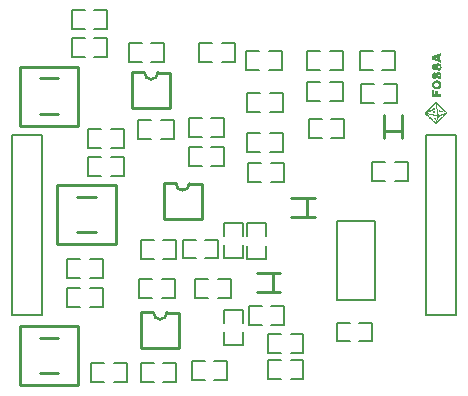
<source format=gto>
G04 Layer: TopSilkLayer*
G04 EasyEDA v6.3.22, 2020-01-22T11:07:26+01:00*
G04 dbe5752f4b9e44bf826be982e50114fc,6ac03ef627a24f5ab7c901ca926ad83b,10*
G04 Gerber Generator version 0.2*
G04 Scale: 100 percent, Rotated: No, Reflected: No *
G04 Dimensions in millimeters *
G04 leading zeros omitted , absolute positions ,3 integer and 3 decimal *
%FSLAX33Y33*%
%MOMM*%
G90*
G71D02*

%ADD10C,0.254000*%
%ADD32C,0.200000*%
%ADD33C,0.200660*%
%ADD34C,0.203200*%
%ADD35C,0.202999*%

%LPD*%

%LPD*%
G36*
G01X36536Y33378D02*
G01X36536Y33500D01*
G01X35796Y33236D01*
G01X35789Y33106D01*
G01X35788Y33047D01*
G01X35791Y33005D01*
G01X35799Y32978D01*
G01X35811Y32967D01*
G01X35850Y32953D01*
G01X35887Y32940D01*
G01X35934Y32923D01*
G01X35989Y32903D01*
G01X36051Y32881D01*
G01X36117Y32858D01*
G01X36188Y32832D01*
G01X36536Y32707D01*
G01X36536Y32822D01*
G01X36534Y32886D01*
G01X36526Y32924D01*
G01X36506Y32944D01*
G01X36470Y32959D01*
G01X36433Y32974D01*
G01X36413Y32996D01*
G01X36405Y33036D01*
G01X36403Y33106D01*
G01X36405Y33178D01*
G01X36412Y33217D01*
G01X36432Y33234D01*
G01X36507Y33254D01*
G01X36527Y33272D01*
G01X36535Y33309D01*
G01X36536Y33378D01*
G37*

%LPC*%
G36*
G01X36223Y33145D02*
G01X36205Y33163D01*
G01X36164Y33161D01*
G01X36091Y33143D01*
G01X36058Y33132D01*
G01X36031Y33121D01*
G01X36013Y33112D01*
G01X36006Y33104D01*
G01X36030Y33088D01*
G01X36087Y33067D01*
G01X36152Y33049D01*
G01X36202Y33040D01*
G01X36211Y33045D01*
G01X36219Y33059D01*
G01X36224Y33080D01*
G01X36227Y33104D01*
G01X36223Y33145D01*
G37*

%LPD*%
G36*
G01X36343Y32665D02*
G01X36291Y32670D01*
G01X36242Y32667D01*
G01X36201Y32655D01*
G01X36165Y32635D01*
G01X36133Y32605D01*
G01X36105Y32562D01*
G01X36078Y32506D01*
G01X36053Y32435D01*
G01X36028Y32349D01*
G01X36015Y32307D01*
G01X36000Y32279D01*
G01X35982Y32264D01*
G01X35961Y32260D01*
G01X35925Y32282D01*
G01X35913Y32335D01*
G01X35925Y32390D01*
G01X35961Y32422D01*
G01X36001Y32464D01*
G01X36012Y32537D01*
G01X35996Y32608D01*
G01X35955Y32640D01*
G01X35904Y32628D01*
G01X35858Y32595D01*
G01X35819Y32547D01*
G01X35788Y32485D01*
G01X35767Y32416D01*
G01X35757Y32341D01*
G01X35760Y32267D01*
G01X35778Y32196D01*
G01X35804Y32143D01*
G01X35835Y32102D01*
G01X35871Y32071D01*
G01X35911Y32052D01*
G01X35953Y32044D01*
G01X35996Y32046D01*
G01X36040Y32058D01*
G01X36082Y32081D01*
G01X36121Y32114D01*
G01X36157Y32156D01*
G01X36189Y32208D01*
G01X36215Y32270D01*
G01X36251Y32364D01*
G01X36287Y32422D01*
G01X36325Y32447D01*
G01X36367Y32443D01*
G01X36403Y32399D01*
G01X36397Y32330D01*
G01X36361Y32266D01*
G01X36302Y32238D01*
G01X36281Y32213D01*
G01X36271Y32153D01*
G01X36273Y32085D01*
G01X36288Y32034D01*
G01X36334Y32022D01*
G01X36405Y32049D01*
G01X36477Y32101D01*
G01X36526Y32163D01*
G01X36548Y32224D01*
G01X36560Y32284D01*
G01X36564Y32344D01*
G01X36560Y32401D01*
G01X36548Y32456D01*
G01X36529Y32507D01*
G01X36503Y32553D01*
G01X36471Y32592D01*
G01X36433Y32625D01*
G01X36391Y32649D01*
G01X36343Y32665D01*
G37*

%LPD*%
G36*
G01X36327Y31946D02*
G01X36283Y31946D01*
G01X36241Y31936D01*
G01X36201Y31914D01*
G01X36163Y31882D01*
G01X36127Y31841D01*
G01X36095Y31789D01*
G01X36065Y31728D01*
G01X36040Y31658D01*
G01X36018Y31579D01*
G01X36010Y31553D01*
G01X35997Y31535D01*
G01X35981Y31524D01*
G01X35961Y31520D01*
G01X35926Y31542D01*
G01X35914Y31593D01*
G01X35926Y31650D01*
G01X35961Y31690D01*
G01X35990Y31730D01*
G01X36007Y31799D01*
G01X36008Y31867D01*
G01X35989Y31908D01*
G01X35954Y31920D01*
G01X35920Y31916D01*
G01X35887Y31898D01*
G01X35856Y31869D01*
G01X35828Y31829D01*
G01X35805Y31782D01*
G01X35786Y31729D01*
G01X35773Y31672D01*
G01X35767Y31612D01*
G01X35767Y31553D01*
G01X35776Y31497D01*
G01X35794Y31444D01*
G01X35824Y31391D01*
G01X35857Y31351D01*
G01X35894Y31322D01*
G01X35933Y31306D01*
G01X35975Y31301D01*
G01X36016Y31308D01*
G01X36057Y31325D01*
G01X36097Y31353D01*
G01X36136Y31392D01*
G01X36170Y31441D01*
G01X36202Y31501D01*
G01X36228Y31569D01*
G01X36254Y31648D01*
G01X36275Y31691D01*
G01X36299Y31707D01*
G01X36333Y31706D01*
G01X36367Y31694D01*
G01X36388Y31669D01*
G01X36398Y31636D01*
G01X36397Y31599D01*
G01X36386Y31562D01*
G01X36366Y31530D01*
G01X36336Y31508D01*
G01X36299Y31500D01*
G01X36272Y31468D01*
G01X36271Y31399D01*
G01X36293Y31328D01*
G01X36331Y31292D01*
G01X36369Y31292D01*
G01X36404Y31303D01*
G01X36436Y31322D01*
G01X36465Y31349D01*
G01X36490Y31383D01*
G01X36511Y31422D01*
G01X36529Y31467D01*
G01X36542Y31514D01*
G01X36551Y31563D01*
G01X36554Y31614D01*
G01X36553Y31665D01*
G01X36546Y31714D01*
G01X36533Y31761D01*
G01X36515Y31805D01*
G01X36491Y31845D01*
G01X36460Y31878D01*
G01X36415Y31912D01*
G01X36371Y31935D01*
G01X36327Y31946D01*
G37*

%LPD*%
G36*
G01X36242Y31201D02*
G01X36193Y31205D01*
G01X36144Y31204D01*
G01X36095Y31197D01*
G01X36047Y31185D01*
G01X36001Y31168D01*
G01X35957Y31147D01*
G01X35917Y31121D01*
G01X35880Y31090D01*
G01X35846Y31056D01*
G01X35818Y31017D01*
G01X35795Y30974D01*
G01X35777Y30927D01*
G01X35766Y30877D01*
G01X35763Y30824D01*
G01X35766Y30778D01*
G01X35776Y30728D01*
G01X35792Y30679D01*
G01X35812Y30634D01*
G01X35838Y30593D01*
G01X35869Y30558D01*
G01X35905Y30527D01*
G01X35945Y30501D01*
G01X35989Y30480D01*
G01X36035Y30464D01*
G01X36083Y30453D01*
G01X36133Y30447D01*
G01X36182Y30446D01*
G01X36232Y30450D01*
G01X36281Y30460D01*
G01X36328Y30474D01*
G01X36373Y30494D01*
G01X36415Y30520D01*
G01X36453Y30551D01*
G01X36487Y30587D01*
G01X36514Y30631D01*
G01X36533Y30688D01*
G01X36547Y30752D01*
G01X36552Y30819D01*
G01X36551Y30887D01*
G01X36542Y30950D01*
G01X36526Y31006D01*
G01X36502Y31050D01*
G01X36466Y31091D01*
G01X36426Y31125D01*
G01X36383Y31153D01*
G01X36338Y31175D01*
G01X36291Y31191D01*
G01X36242Y31201D01*
G37*

%LPC*%
G36*
G01X36195Y30971D02*
G01X36140Y30971D01*
G01X36086Y30965D01*
G01X36038Y30950D01*
G01X35997Y30928D01*
G01X35972Y30905D01*
G01X35954Y30880D01*
G01X35943Y30853D01*
G01X35939Y30824D01*
G01X35951Y30777D01*
G01X35981Y30737D01*
G01X36026Y30706D01*
G01X36082Y30684D01*
G01X36144Y30674D01*
G01X36208Y30676D01*
G01X36269Y30690D01*
G01X36323Y30720D01*
G01X36359Y30759D01*
G01X36379Y30807D01*
G01X36381Y30857D01*
G01X36365Y30900D01*
G01X36336Y30928D01*
G01X36296Y30948D01*
G01X36248Y30963D01*
G01X36195Y30971D01*
G37*

%LPD*%
G36*
G01X35961Y30360D02*
G01X35785Y30360D01*
G01X35785Y29790D01*
G01X36536Y29790D01*
G01X36536Y30022D01*
G01X36227Y30022D01*
G01X36227Y30318D01*
G01X36050Y30318D01*
G01X36050Y30170D01*
G01X36049Y30090D01*
G01X36043Y30046D01*
G01X36029Y30026D01*
G01X36006Y30022D01*
G01X35982Y30026D01*
G01X35968Y30048D01*
G01X35963Y30099D01*
G01X35961Y30191D01*
G01X35961Y30360D01*
G37*

%LPD*%
G36*
G01X37100Y28460D02*
G01X36094Y29420D01*
G01X35597Y28945D01*
G01X35530Y28881D01*
G01X35465Y28819D01*
G01X35404Y28760D01*
G01X35346Y28705D01*
G01X35293Y28653D01*
G01X35246Y28607D01*
G01X35203Y28565D01*
G01X35118Y28480D01*
G01X35104Y28465D01*
G01X35099Y28460D01*
G01X35104Y28454D01*
G01X35118Y28440D01*
G01X35139Y28418D01*
G01X35203Y28354D01*
G01X35246Y28312D01*
G01X35293Y28266D01*
G01X35346Y28215D01*
G01X35404Y28160D01*
G01X35465Y28101D01*
G01X35530Y28039D01*
G01X35597Y27974D01*
G01X36094Y27500D01*
G01X37100Y28460D01*
G37*

%LPC*%
G36*
G01X35403Y28344D02*
G01X35374Y28349D01*
G01X35379Y28340D01*
G01X35398Y28319D01*
G01X35429Y28287D01*
G01X35472Y28245D01*
G01X35523Y28195D01*
G01X35582Y28137D01*
G01X35647Y28074D01*
G01X35718Y28006D01*
G01X35802Y27927D01*
G01X35874Y27859D01*
G01X35936Y27804D01*
G01X35986Y27760D01*
G01X36026Y27728D01*
G01X36055Y27708D01*
G01X36074Y27699D01*
G01X36082Y27701D01*
G01X36091Y27729D01*
G01X36109Y27783D01*
G01X36132Y27855D01*
G01X36157Y27937D01*
G01X36220Y28143D01*
G01X36141Y28163D01*
G01X36118Y28169D01*
G01X36083Y28178D01*
G01X36038Y28189D01*
G01X35984Y28202D01*
G01X35924Y28217D01*
G01X35859Y28234D01*
G01X35791Y28251D01*
G01X35721Y28269D01*
G01X35588Y28302D01*
G01X35478Y28328D01*
G01X35403Y28344D01*
G37*
G36*
G01X36779Y28306D02*
G01X36774Y28307D01*
G01X36743Y28297D01*
G01X36661Y28268D01*
G01X36503Y28209D01*
G01X36326Y28144D01*
G01X36208Y27756D01*
G01X36493Y28028D01*
G01X36551Y28083D01*
G01X36604Y28135D01*
G01X36653Y28181D01*
G01X36695Y28223D01*
G01X36730Y28257D01*
G01X36757Y28282D01*
G01X36773Y28299D01*
G01X36779Y28306D01*
G37*
G36*
G01X36055Y29209D02*
G01X36051Y29220D01*
G01X36042Y29214D01*
G01X36021Y29195D01*
G01X35989Y29167D01*
G01X35948Y29129D01*
G01X35899Y29084D01*
G01X35843Y29032D01*
G01X35783Y28974D01*
G01X35718Y28912D01*
G01X35651Y28848D01*
G01X35543Y28740D01*
G01X35503Y28697D01*
G01X35473Y28663D01*
G01X35454Y28640D01*
G01X35448Y28627D01*
G01X35453Y28625D01*
G01X35488Y28638D01*
G01X35544Y28658D01*
G01X35613Y28683D01*
G01X35687Y28711D01*
G01X35864Y28776D01*
G01X35913Y28935D01*
G01X35936Y29005D01*
G01X35958Y29054D01*
G01X35978Y29084D01*
G01X35995Y29093D01*
G01X36027Y29083D01*
G01X36042Y29052D01*
G01X36038Y28999D01*
G01X36017Y28924D01*
G01X35994Y28846D01*
G01X35992Y28795D01*
G01X36012Y28766D01*
G01X36054Y28752D01*
G01X36100Y28733D01*
G01X36110Y28702D01*
G01X36088Y28675D01*
G01X36037Y28665D01*
G01X35968Y28670D01*
G01X35986Y28570D01*
G01X35999Y28481D01*
G01X36002Y28426D01*
G01X35993Y28397D01*
G01X35970Y28382D01*
G01X35938Y28381D01*
G01X35915Y28404D01*
G01X35898Y28459D01*
G01X35884Y28550D01*
G01X35875Y28602D01*
G01X35866Y28639D01*
G01X35855Y28660D01*
G01X35843Y28664D01*
G01X35815Y28653D01*
G01X35756Y28631D01*
G01X35674Y28601D01*
G01X35580Y28566D01*
G01X35488Y28531D01*
G01X35412Y28502D01*
G01X35361Y28481D01*
G01X35343Y28472D01*
G01X35352Y28468D01*
G01X35380Y28460D01*
G01X35423Y28449D01*
G01X35479Y28434D01*
G01X35544Y28417D01*
G01X35618Y28398D01*
G01X35697Y28378D01*
G01X35859Y28338D01*
G01X35938Y28319D01*
G01X36012Y28301D01*
G01X36078Y28285D01*
G01X36135Y28272D01*
G01X36178Y28262D01*
G01X36206Y28256D01*
G01X36217Y28255D01*
G01X36217Y28267D01*
G01X36213Y28299D01*
G01X36206Y28348D01*
G01X36197Y28410D01*
G01X36184Y28484D01*
G01X36171Y28565D01*
G01X36156Y28652D01*
G01X36141Y28742D01*
G01X36126Y28831D01*
G01X36111Y28917D01*
G01X36096Y28998D01*
G01X36083Y29070D01*
G01X36071Y29132D01*
G01X36061Y29179D01*
G01X36055Y29209D01*
G37*
G36*
G01X36211Y29144D02*
G01X36194Y29149D01*
G01X36186Y29142D01*
G01X36185Y29124D01*
G01X36188Y29095D01*
G01X36196Y29041D01*
G01X36207Y28966D01*
G01X36220Y28876D01*
G01X36236Y28776D01*
G01X36252Y28672D01*
G01X36269Y28569D01*
G01X36285Y28472D01*
G01X36299Y28387D01*
G01X36311Y28319D01*
G01X36320Y28273D01*
G01X36325Y28255D01*
G01X36337Y28257D01*
G01X36370Y28268D01*
G01X36419Y28285D01*
G01X36480Y28307D01*
G01X36549Y28333D01*
G01X36621Y28360D01*
G01X36693Y28388D01*
G01X36761Y28415D01*
G01X36821Y28439D01*
G01X36869Y28459D01*
G01X36900Y28473D01*
G01X36912Y28481D01*
G01X36904Y28490D01*
G01X36883Y28512D01*
G01X36849Y28547D01*
G01X36805Y28591D01*
G01X36751Y28644D01*
G01X36689Y28704D01*
G01X36620Y28770D01*
G01X36547Y28840D01*
G01X36436Y28945D01*
G01X36350Y29026D01*
G01X36285Y29085D01*
G01X36240Y29123D01*
G01X36211Y29144D01*
G37*

%LPD*%
G36*
G01X36446Y28653D02*
G01X36401Y28659D01*
G01X36377Y28658D01*
G01X36363Y28640D01*
G01X36360Y28615D01*
G01X36368Y28590D01*
G01X36387Y28575D01*
G01X36476Y28546D01*
G01X36557Y28523D01*
G01X36628Y28509D01*
G01X36687Y28503D01*
G01X36731Y28504D01*
G01X36760Y28514D01*
G01X36771Y28532D01*
G01X36761Y28558D01*
G01X36741Y28571D01*
G01X36698Y28588D01*
G01X36640Y28607D01*
G01X36573Y28625D01*
G01X36506Y28641D01*
G01X36446Y28653D01*
G37*

%LPD*%
G36*
G01X36039Y28119D02*
G01X35998Y28141D01*
G01X35973Y28113D01*
G01X35966Y28045D01*
G01X35981Y27943D01*
G01X35990Y27914D01*
G01X36002Y27894D01*
G01X36018Y27883D01*
G01X36039Y27879D01*
G01X36069Y27910D01*
G01X36078Y27980D01*
G01X36069Y28060D01*
G01X36039Y28119D01*
G37*

%LPD*%
G54D10*
G01X10386Y28866D02*
G01X10386Y31865D01*
G01X13583Y28866D02*
G01X13583Y31852D01*
G01X10386Y28866D02*
G01X13583Y28866D01*
G01X10388Y31878D02*
G01X11404Y31878D01*
G01X13587Y31853D02*
G01X12537Y31853D01*
G54D32*
G01X7169Y37160D02*
G01X8269Y37160D01*
G01X8269Y35559D01*
G01X7169Y35559D01*
G01X6370Y37160D02*
G01X5269Y37160D01*
G01X5269Y36160D01*
G01X5269Y35559D01*
G01X6370Y35559D01*
G01X31552Y33720D02*
G01X32652Y33720D01*
G01X32652Y32119D01*
G01X31552Y32119D01*
G01X30753Y33720D02*
G01X29652Y33720D01*
G01X29652Y32720D01*
G01X29652Y32119D01*
G01X30753Y32119D01*
G01X27107Y31053D02*
G01X28207Y31053D01*
G01X28207Y29452D01*
G01X27107Y29452D01*
G01X26308Y31053D02*
G01X25207Y31053D01*
G01X25207Y30053D01*
G01X25207Y29452D01*
G01X26308Y29452D01*
G54D10*
G01X11148Y8546D02*
G01X11148Y11545D01*
G01X14345Y8546D02*
G01X14345Y11532D01*
G01X11148Y8546D02*
G01X14345Y8546D01*
G01X11150Y11558D02*
G01X12166Y11558D01*
G01X14349Y11533D02*
G01X13299Y11533D01*
G54D32*
G01X6787Y16067D02*
G01X7887Y16067D01*
G01X7887Y14466D01*
G01X6787Y14466D01*
G01X5988Y16067D02*
G01X4887Y16067D01*
G01X4887Y15067D01*
G01X4887Y14466D01*
G01X5988Y14466D01*
G01X23779Y7550D02*
G01X24879Y7550D01*
G01X24879Y5949D01*
G01X23779Y5949D01*
G01X22980Y7550D02*
G01X21879Y7550D01*
G01X21879Y6550D01*
G01X21879Y5949D01*
G01X22980Y5949D01*
G01X17328Y7431D02*
G01X18428Y7431D01*
G01X18428Y5830D01*
G01X17328Y5830D01*
G01X16529Y7431D02*
G01X15428Y7431D01*
G01X15428Y6431D01*
G01X15428Y5830D01*
G01X16529Y5830D01*
G54D10*
G01X13053Y19468D02*
G01X13053Y22467D01*
G01X16250Y19468D02*
G01X16250Y22454D01*
G01X13053Y19468D02*
G01X16250Y19468D01*
G01X13055Y22480D02*
G01X14071Y22480D01*
G01X16254Y22455D02*
G01X15204Y22455D01*
G54D32*
G01X8565Y27116D02*
G01X9665Y27116D01*
G01X9665Y25515D01*
G01X8565Y25515D01*
G01X7766Y27116D02*
G01X6665Y27116D01*
G01X6665Y26116D01*
G01X6665Y25515D01*
G01X7766Y25515D01*
G01X27249Y27930D02*
G01X28349Y27930D01*
G01X28349Y26329D01*
G01X27249Y26329D01*
G01X26450Y27930D02*
G01X25349Y27930D01*
G01X25349Y26930D01*
G01X25349Y26329D01*
G01X26450Y26329D01*
G01X18169Y18029D02*
G01X18169Y19129D01*
G01X19770Y19129D01*
G01X19770Y18029D01*
G01X18169Y17230D02*
G01X18169Y16129D01*
G01X19169Y16129D01*
G01X19770Y16129D01*
G01X19770Y17230D01*
G01X7169Y34820D02*
G01X8269Y34820D01*
G01X8269Y33219D01*
G01X7169Y33219D01*
G01X6370Y34820D02*
G01X5269Y34820D01*
G01X5269Y33820D01*
G01X5269Y33219D01*
G01X6370Y33219D01*
G01X11994Y34355D02*
G01X13094Y34355D01*
G01X13094Y32754D01*
G01X11994Y32754D01*
G01X11195Y34355D02*
G01X10094Y34355D01*
G01X10094Y33355D01*
G01X10094Y32754D01*
G01X11195Y32754D01*
G01X31679Y30926D02*
G01X32779Y30926D01*
G01X32779Y29325D01*
G01X31679Y29325D01*
G01X30880Y30926D02*
G01X29779Y30926D01*
G01X29779Y29926D01*
G01X29779Y29325D01*
G01X30880Y29325D01*
G01X12008Y26277D02*
G01X10908Y26277D01*
G01X10908Y27878D01*
G01X12008Y27878D01*
G01X12807Y26277D02*
G01X13908Y26277D01*
G01X13908Y27277D01*
G01X13908Y27878D01*
G01X12807Y27878D01*
G01X8819Y7304D02*
G01X9919Y7304D01*
G01X9919Y5703D01*
G01X8819Y5703D01*
G01X8020Y7304D02*
G01X6919Y7304D01*
G01X6919Y6304D01*
G01X6919Y5703D01*
G01X8020Y5703D01*
G01X23779Y9730D02*
G01X24879Y9730D01*
G01X24879Y8129D01*
G01X23779Y8129D01*
G01X22980Y9730D02*
G01X21879Y9730D01*
G01X21879Y8730D01*
G01X21879Y8129D01*
G01X22980Y8129D01*
G01X17074Y25592D02*
G01X18174Y25592D01*
G01X18174Y23991D01*
G01X17074Y23991D01*
G01X16275Y25592D02*
G01X15174Y25592D01*
G01X15174Y24592D01*
G01X15174Y23991D01*
G01X16275Y23991D01*
G01X6787Y13654D02*
G01X7887Y13654D01*
G01X7887Y12053D01*
G01X6787Y12053D01*
G01X5988Y13654D02*
G01X4887Y13654D01*
G01X4887Y12654D01*
G01X4887Y12053D01*
G01X5988Y12053D01*
G01X8565Y24703D02*
G01X9665Y24703D01*
G01X9665Y23102D01*
G01X8565Y23102D01*
G01X7766Y24703D02*
G01X6665Y24703D01*
G01X6665Y23703D01*
G01X6665Y23102D01*
G01X7766Y23102D01*
G01X12883Y14416D02*
G01X13983Y14416D01*
G01X13983Y12815D01*
G01X12883Y12815D01*
G01X12084Y14416D02*
G01X10983Y14416D01*
G01X10983Y13416D01*
G01X10983Y12815D01*
G01X12084Y12815D01*
G01X22027Y30164D02*
G01X23127Y30164D01*
G01X23127Y28563D01*
G01X22027Y28563D01*
G01X21228Y30164D02*
G01X20127Y30164D01*
G01X20127Y29164D01*
G01X20127Y28563D01*
G01X21228Y28563D01*
G01X13010Y17718D02*
G01X14110Y17718D01*
G01X14110Y16117D01*
G01X13010Y16117D01*
G01X12211Y17718D02*
G01X11110Y17718D01*
G01X11110Y16718D01*
G01X11110Y16117D01*
G01X12211Y16117D01*
G54D10*
G01X4114Y9399D02*
G01X2540Y9399D01*
G01X4114Y6402D02*
G01X2540Y6402D01*
G01X5816Y5411D02*
G01X5816Y10390D01*
G01X838Y10390D01*
G01X838Y5411D01*
G01X5816Y5411D01*
G01X7289Y21337D02*
G01X5715Y21337D01*
G01X7289Y18340D02*
G01X5715Y18340D01*
G01X8991Y17349D02*
G01X8991Y22328D01*
G01X4013Y22328D01*
G01X4013Y17349D01*
G01X8991Y17349D01*
G01X4114Y31370D02*
G01X2540Y31370D01*
G01X4114Y28373D02*
G01X2540Y28373D01*
G01X5816Y27382D02*
G01X5816Y32361D01*
G01X838Y32361D01*
G01X838Y27382D01*
G01X5816Y27382D01*
G54D33*
G01X30955Y19288D02*
G01X30955Y12587D01*
G01X27707Y12587D01*
G01X27707Y19288D01*
G01X30955Y19288D01*
G54D32*
G01X28820Y9099D02*
G01X27719Y9099D01*
G01X27719Y10700D01*
G01X28820Y10700D01*
G01X29619Y9099D02*
G01X30719Y9099D01*
G01X30719Y10099D01*
G01X30719Y10700D01*
G01X29619Y10700D01*
G01X31820Y22721D02*
G01X30720Y22721D01*
G01X30720Y24322D01*
G01X31820Y24322D01*
G01X32619Y22721D02*
G01X33720Y22721D01*
G01X33720Y23721D01*
G01X33720Y24322D01*
G01X32619Y24322D01*
G01X17074Y28005D02*
G01X18174Y28005D01*
G01X18174Y26404D01*
G01X17074Y26404D01*
G01X16275Y28005D02*
G01X15174Y28005D01*
G01X15174Y27005D01*
G01X15174Y26404D01*
G01X16275Y26404D01*
G01X13010Y7304D02*
G01X14110Y7304D01*
G01X14110Y5703D01*
G01X13010Y5703D01*
G01X12211Y7304D02*
G01X11110Y7304D01*
G01X11110Y6304D01*
G01X11110Y5703D01*
G01X12211Y5703D01*
G01X16569Y17730D02*
G01X17669Y17730D01*
G01X17669Y16129D01*
G01X16569Y16129D01*
G01X15769Y17730D02*
G01X14669Y17730D01*
G01X14669Y16730D01*
G01X14669Y16129D01*
G01X15769Y16129D01*
G01X22027Y26735D02*
G01X23127Y26735D01*
G01X23127Y25134D01*
G01X22027Y25134D01*
G01X21228Y26735D02*
G01X20127Y26735D01*
G01X20127Y25735D01*
G01X20127Y25134D01*
G01X21228Y25134D01*
G01X19723Y9876D02*
G01X19723Y8776D01*
G01X18122Y8776D01*
G01X18122Y9876D01*
G01X19723Y10675D02*
G01X19723Y11776D01*
G01X18723Y11776D01*
G01X18122Y11776D01*
G01X18122Y10675D01*
G01X21919Y33670D02*
G01X23019Y33670D01*
G01X23019Y32069D01*
G01X21919Y32069D01*
G01X21119Y33670D02*
G01X20019Y33670D01*
G01X20019Y32670D01*
G01X20019Y32069D01*
G01X21119Y32069D01*
G01X16834Y12815D02*
G01X15734Y12815D01*
G01X15734Y14416D01*
G01X16834Y14416D01*
G01X17633Y12815D02*
G01X18734Y12815D01*
G01X18734Y13815D01*
G01X18734Y14416D01*
G01X17633Y14416D01*
G01X22149Y12090D02*
G01X23249Y12090D01*
G01X23249Y10489D01*
G01X22149Y10489D01*
G01X21349Y12090D02*
G01X20249Y12090D01*
G01X20249Y11090D01*
G01X20249Y10489D01*
G01X21349Y10489D01*
G01X17963Y34355D02*
G01X19063Y34355D01*
G01X19063Y32754D01*
G01X17963Y32754D01*
G01X17164Y34355D02*
G01X16063Y34355D01*
G01X16063Y33355D01*
G01X16063Y32754D01*
G01X17164Y32754D01*
G01X27107Y33720D02*
G01X28207Y33720D01*
G01X28207Y32119D01*
G01X27107Y32119D01*
G01X26308Y33720D02*
G01X25207Y33720D01*
G01X25207Y32720D01*
G01X25207Y32119D01*
G01X26308Y32119D01*
G01X22089Y24220D02*
G01X23189Y24220D01*
G01X23189Y22619D01*
G01X22089Y22619D01*
G01X21289Y24220D02*
G01X20189Y24220D01*
G01X20189Y23220D01*
G01X20189Y22619D01*
G01X21289Y22619D01*
G01X21690Y17210D02*
G01X21690Y16110D01*
G01X20089Y16110D01*
G01X20089Y17210D01*
G01X21690Y18010D02*
G01X21690Y19110D01*
G01X20690Y19110D01*
G01X20089Y19110D01*
G01X20089Y18010D01*
G54D34*
G01X2769Y24715D02*
G01X2769Y26620D01*
G01X229Y26620D01*
G01X229Y11380D01*
G01X2769Y11380D01*
G54D35*
G01X2769Y11380D02*
G01X2769Y24715D01*
G54D34*
G01X37770Y24715D02*
G01X37770Y26620D01*
G01X35230Y26620D01*
G01X35230Y11380D01*
G01X37770Y11380D01*
G54D35*
G01X37770Y11380D02*
G01X37770Y24715D01*
G54D10*
G01X31659Y26300D02*
G01X31659Y28300D01*
G01X33259Y26300D02*
G01X33259Y28300D01*
G01X31659Y26948D02*
G01X33259Y26948D01*
G01X25849Y19680D02*
G01X23849Y19680D01*
G01X25849Y21280D02*
G01X23849Y21280D01*
G01X25201Y19680D02*
G01X25201Y21280D01*
G01X22909Y13290D02*
G01X20909Y13290D01*
G01X22909Y14890D02*
G01X20909Y14890D01*
G01X22261Y13290D02*
G01X22261Y14890D01*
G75*
G01X12548Y31853D02*
G02X11405Y31879I-572J24D01*
G01*
G75*
G01X13310Y11533D02*
G02X12167Y11559I-572J24D01*
G01*
G75*
G01X15215Y22455D02*
G02X14072Y22481I-572J24D01*
G01*
M00*
M02*

</source>
